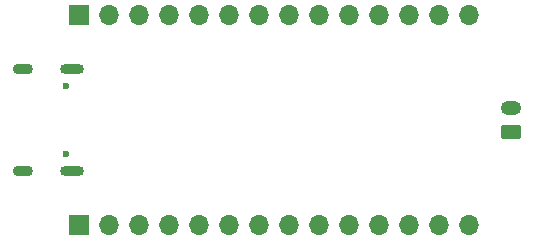
<source format=gbs>
%TF.GenerationSoftware,KiCad,Pcbnew,(6.0.0-0)*%
%TF.CreationDate,2023-05-28T12:50:49+10:00*%
%TF.ProjectId,atmega32u4-dev,61746d65-6761-4333-9275-342d6465762e,v1.0.0*%
%TF.SameCoordinates,Original*%
%TF.FileFunction,Soldermask,Bot*%
%TF.FilePolarity,Negative*%
%FSLAX46Y46*%
G04 Gerber Fmt 4.6, Leading zero omitted, Abs format (unit mm)*
G04 Created by KiCad (PCBNEW (6.0.0-0)) date 2023-05-28 12:50:49*
%MOMM*%
%LPD*%
G01*
G04 APERTURE LIST*
G04 Aperture macros list*
%AMRoundRect*
0 Rectangle with rounded corners*
0 $1 Rounding radius*
0 $2 $3 $4 $5 $6 $7 $8 $9 X,Y pos of 4 corners*
0 Add a 4 corners polygon primitive as box body*
4,1,4,$2,$3,$4,$5,$6,$7,$8,$9,$2,$3,0*
0 Add four circle primitives for the rounded corners*
1,1,$1+$1,$2,$3*
1,1,$1+$1,$4,$5*
1,1,$1+$1,$6,$7*
1,1,$1+$1,$8,$9*
0 Add four rect primitives between the rounded corners*
20,1,$1+$1,$2,$3,$4,$5,0*
20,1,$1+$1,$4,$5,$6,$7,0*
20,1,$1+$1,$6,$7,$8,$9,0*
20,1,$1+$1,$8,$9,$2,$3,0*%
G04 Aperture macros list end*
%ADD10RoundRect,0.250000X0.625000X-0.350000X0.625000X0.350000X-0.625000X0.350000X-0.625000X-0.350000X0*%
%ADD11O,1.750000X1.200000*%
%ADD12C,0.600000*%
%ADD13O,1.700000X0.900000*%
%ADD14O,2.000000X0.900000*%
%ADD15R,1.700000X1.700000*%
%ADD16O,1.700000X1.700000*%
G04 APERTURE END LIST*
D10*
%TO.C,J1*%
X134329000Y-88630000D03*
D11*
X134329000Y-86630000D03*
%TD*%
D12*
%TO.C,J2*%
X96700000Y-84740000D03*
X96700000Y-90520000D03*
D13*
X93010000Y-83310000D03*
D14*
X97180000Y-91950000D03*
X97180000Y-83310000D03*
D13*
X93010000Y-91950000D03*
%TD*%
D15*
%TO.C,J3*%
X97790000Y-96520000D03*
D16*
X100330000Y-96520000D03*
X102870000Y-96520000D03*
X105410000Y-96520000D03*
X107950000Y-96520000D03*
X110490000Y-96520000D03*
X113030000Y-96520000D03*
X115570000Y-96520000D03*
X118110000Y-96520000D03*
X120650000Y-96520000D03*
X123190000Y-96520000D03*
X125730000Y-96520000D03*
X128270000Y-96520000D03*
X130810000Y-96520000D03*
%TD*%
D15*
%TO.C,J4*%
X97790000Y-78740000D03*
D16*
X100330000Y-78740000D03*
X102870000Y-78740000D03*
X105410000Y-78740000D03*
X107950000Y-78740000D03*
X110490000Y-78740000D03*
X113030000Y-78740000D03*
X115570000Y-78740000D03*
X118110000Y-78740000D03*
X120650000Y-78740000D03*
X123190000Y-78740000D03*
X125730000Y-78740000D03*
X128270000Y-78740000D03*
X130810000Y-78740000D03*
%TD*%
M02*

</source>
